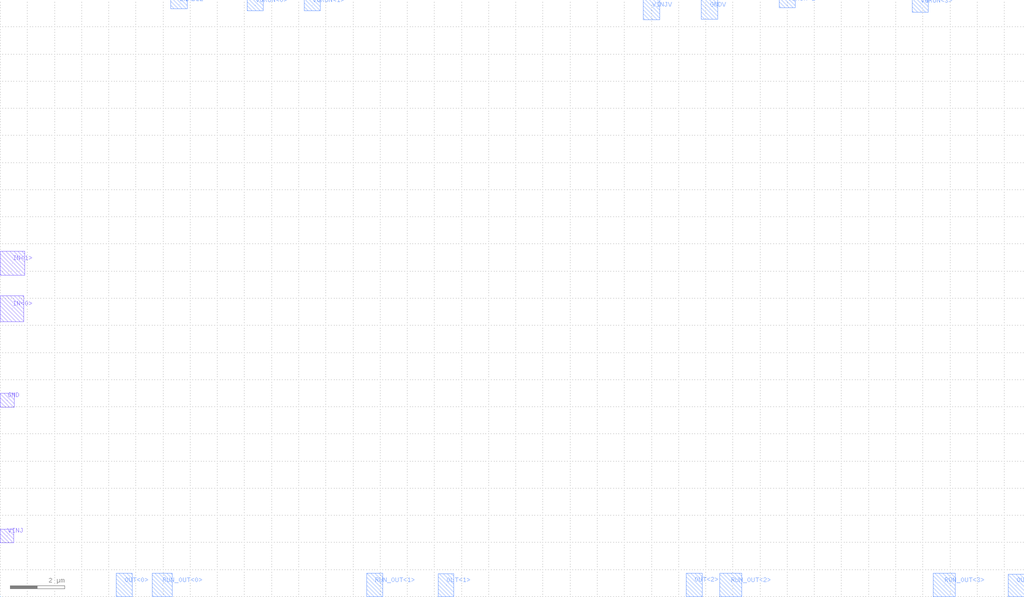
<source format=lef>
VERSION 5.5 ;
NAMESCASESENSITIVE ON ;
BUSBITCHARS "[]" ;
DIVIDERCHAR "/" ;

PROPERTYDEFINITIONS
  LAYER routingPitch REAL ;
END PROPERTYDEFINITIONS

UNITS
  DATABASE MICRONS 1000 ;
END UNITS
MANUFACTURINGGRID 0.01 ;
LAYER POLY1
  TYPE MASTERSLICE ;
END POLY1

LAYER CONT
  TYPE CUT ;
  SPACING 0.4 ;
END CONT

LAYER METAL1
  TYPE ROUTING ;
  DIRECTION HORIZONTAL ;
  PITCH 0 ;
  WIDTH 0.5 ;
  SPACING 0.45 ;
  PROPERTY routingPitch 1.25 ;
END METAL1

LAYER VIA12
  TYPE CUT ;
  SPACING 0.45 ;
END VIA12

LAYER METAL2
  TYPE ROUTING ;
  DIRECTION VERTICAL ;
  PITCH 0 ;
  WIDTH 0.6 ;
  SPACING 0.5 ;
  PROPERTY routingPitch 1.4 ;
END METAL2

LAYER VIA23
  TYPE CUT ;
  SPACING 0.45 ;
END VIA23

LAYER METAL3
  TYPE ROUTING ;
  DIRECTION HORIZONTAL ;
  PITCH 0 ;
  WIDTH 0.6 ;
  SPACING 0.5 ;
  PROPERTY routingPitch 1.25 ;
END METAL3

LAYER VIA34
  TYPE CUT ;
  SPACING 0.45 ;
END VIA34

LAYER METAL4
  TYPE ROUTING ;
  DIRECTION VERTICAL ;
  PITCH 0 ;
  WIDTH 0.6 ;
  SPACING 0.6 ;
  PROPERTY routingPitch 1.4 ;
END METAL4

LAYER OVERLAP
  TYPE OVERLAP ;
END OVERLAP

VIARULE M4_M3 GENERATE
  LAYER METAL3 ;
    ENCLOSURE 0.2 0.2 ;
  LAYER METAL4 ;
    ENCLOSURE 0.15 0.15 ;
  LAYER VIA34 ;
    RECT -0.25 -0.25 0.25 0.25 ;
    SPACING 1 BY 1 ;
END M4_M3

VIARULE M3_M2 GENERATE
  LAYER METAL2 ;
    ENCLOSURE 0.2 0.2 ;
  LAYER METAL3 ;
    ENCLOSURE 0.15 0.15 ;
  LAYER VIA23 ;
    RECT -0.25 -0.25 0.25 0.25 ;
    SPACING 1 BY 1 ;
END M3_M2

VIARULE M2_M1 GENERATE
  LAYER METAL1 ;
    ENCLOSURE 0.2 0.2 ;
  LAYER METAL2 ;
    ENCLOSURE 0.15 0.15 ;
  LAYER VIA12 ;
    RECT -0.25 -0.25 0.25 0.25 ;
    SPACING 1 BY 1 ;
END M2_M1

VIARULE M1_POLY1 GENERATE
  LAYER POLY1 ;
    ENCLOSURE 0.2 0.2 ;
  LAYER METAL1 ;
    ENCLOSURE 0.15 0.15 ;
  LAYER CONT ;
    RECT -0.2 -0.2 0.2 0.2 ;
    SPACING 1 BY 1 ;
END M1_POLY1

VIA M1_POLY1
  LAYER CONT ;
    RECT -0.2 -0.2 0.2 0.2 ;
  LAYER POLY1 ;
    RECT -0.4 -0.4 0.4 0.4 ;
  LAYER METAL1 ;
    RECT -0.35 -0.35 0.35 0.35 ;
END M1_POLY1

VIA M2_M1
  LAYER VIA12 ;
    RECT -0.25 -0.25 0.25 0.25 ;
  LAYER METAL2 ;
    RECT -0.4 -0.4 0.4 0.4 ;
  LAYER METAL1 ;
    RECT -0.45 -0.45 0.45 0.45 ;
END M2_M1

VIA M3_M2
  LAYER VIA23 ;
    RECT -0.25 -0.25 0.25 0.25 ;
  LAYER METAL3 ;
    RECT -0.4 -0.4 0.4 0.4 ;
  LAYER METAL2 ;
    RECT -0.45 -0.45 0.45 0.45 ;
END M3_M2

VIA M4_M3
  LAYER VIA34 ;
    RECT -0.25 -0.25 0.25 0.25 ;
  LAYER METAL4 ;
    RECT -0.4 -0.4 0.4 0.4 ;
  LAYER METAL3 ;
    RECT -0.45 -0.45 0.45 0.45 ;
END M4_M3


MACRO TSMC350nm_VinjDecode2to4_vtile_spacing
END TSMC350nm_VinjDecode2to4_vtile_spacing

MACRO TSMC350nm_VinjDecode2to4_vtile_D_bridge
END TSMC350nm_VinjDecode2to4_vtile_D_bridge

MACRO TSMC350nm_VinjDecode2to4_vtile
  PIN VINJ
    DIRECTION INOUT ;
    USE SIGNAL ;
    PORT
      LAYER METAL1 ;
        RECT 19.15 21.56 20.05 21.96 ;
    END
  END VINJ
  PIN GND
    DIRECTION INOUT ;
    USE SIGNAL ;
    PORT
      LAYER METAL1 ;
        RECT 19.52 5.0 20.12 5.99 ;
    END
  END GND
  PIN ENABLE
    DIRECTION INOUT ;
    USE SIGNAL ;
    PORT
      LAYER METAL1 ;
        RECT 0.01 3.48 0.71 4.21 ;
    END
  END ENABLE
  PIN OUT<3>
    DIRECTION INOUT ;
    USE SIGNAL ;
    PORT
      LAYER METAL1 ;
        RECT 19.66 2.41 20.11 3.09 ;
    END
  END OUT<3>
  PIN OUT<2>
    DIRECTION INOUT ;
    USE SIGNAL ;
    PORT
      LAYER METAL1 ;
        RECT 19.66 7.92 20.11 8.59 ;
    END
  END OUT<2>
  PIN OUT<1>
    DIRECTION INOUT ;
    USE SIGNAL ;
    PORT
      LAYER METAL1 ;
        RECT 19.66 13.41 20.12 14.1 ;
    END
  END OUT<1>
  PIN OUT<0>
    DIRECTION INOUT ;
    USE SIGNAL ;
    PORT
      LAYER METAL1 ;
        RECT 19.66 18.91 20.11 19.59 ;
    END
  END OUT<0>
  PIN Vinj
    DIRECTION INOUT ;
    USE SIGNAL ;
    PORT
      LAYER METAL1 ;
        RECT 7.78 10.55 9.06 10.96 ;
    END
  END Vinj
  PIN IN<0>
    DIRECTION INOUT ;
    USE SIGNAL ;
    PORT
      LAYER METAL2 ;
        RECT 5.36 21.68 5.96 22.0 ;
    END
  END IN<0>
  PIN IN<1>
    DIRECTION INOUT ;
    USE SIGNAL ;
    PORT
      LAYER METAL2 ;
        RECT 6.56 21.69 7.16 22.0 ;
    END
  END IN<1>
END TSMC350nm_VinjDecode2to4_vtile

MACRO TSMC350nm_VinjDecode2to4_vtile_C_bridge
END TSMC350nm_VinjDecode2to4_vtile_C_bridge

MACRO TSMC350nm_VinjDecode2to4_vtile_B_bridge
END TSMC350nm_VinjDecode2to4_vtile_B_bridge

MACRO TSMC350nm_VinjDecode2to4_vtile_A_bridge
END TSMC350nm_VinjDecode2to4_vtile_A_bridge

MACRO TSMC350nm_drainSelect01d3
  PIN Vinj
    DIRECTION INOUT ;
    USE SIGNAL ;
    PORT
      LAYER METAL1 ;
        RECT 6.12 21.55 7.4 21.96 ;
    END
  END Vinj
  PIN VINJ
    DIRECTION INOUT ;
    USE SIGNAL ;
    PORT
      LAYER METAL1 ;
        RECT 6.12 21.55 7.4 21.96 ;
    END
  END VINJ
  PIN GND
    DIRECTION INOUT ;
    USE SIGNAL ;
    PORT
      LAYER METAL1 ;
        RECT 8.76 16.56 9.51 16.97 ;
    END
  END GND
  PIN DRAIN4
    DIRECTION INOUT ;
    USE SIGNAL ;
    PORT
      LAYER METAL1 ;
        RECT 15.99 2.54 16.66 2.97 ;
    END
  END DRAIN4
  PIN DRAIN3
    DIRECTION INOUT ;
    USE SIGNAL ;
    PORT
      LAYER METAL1 ;
        RECT 15.99 8.03 16.66 8.46 ;
    END
  END DRAIN3
  PIN DRAIN2
    DIRECTION INOUT ;
    USE SIGNAL ;
    PORT
      LAYER METAL1 ;
        RECT 15.99 13.54 16.66 13.97 ;
    END
  END DRAIN2
  PIN DRAIN1
    DIRECTION INOUT ;
    USE SIGNAL ;
    PORT
      LAYER METAL1 ;
        RECT 15.99 19.03 16.66 19.46 ;
    END
  END DRAIN1
  PIN SELECT<3>
    DIRECTION INOUT ;
    USE SIGNAL ;
    PORT
      LAYER METAL1 ;
        RECT 0.0 2.54 0.67 2.97 ;
    END
  END SELECT<3>
  PIN SELET<2>
    DIRECTION INOUT ;
    USE SIGNAL ;
    PORT
      LAYER METAL1 ;
        RECT 0.0 8.03 0.67 8.46 ;
    END
  END SELET<2>
  PIN SELECT<1>
    DIRECTION INOUT ;
    USE SIGNAL ;
    PORT
      LAYER METAL1 ;
        RECT 0.0 13.54 0.67 13.97 ;
    END
  END SELECT<1>
  PIN SELECT<0>
    DIRECTION INOUT ;
    USE SIGNAL ;
    PORT
      LAYER METAL1 ;
        RECT 0.0 19.03 0.67 19.46 ;
    END
  END SELECT<0>
  PIN DRAINRAIL
    DIRECTION INOUT ;
    USE SIGNAL ;
    PORT
      LAYER METAL2 ;
        RECT 7.47 21.56 8.25 21.99 ;
    END
  END DRAINRAIL
END TSMC350nm_drainSelect01d3

MACRO TSMC350nm_FourTgate_ThickOx_FG_MEM
  PIN B<2>
    DIRECTION INOUT ;
    USE SIGNAL ;
    PORT
      LAYER METAL1 ;
        RECT 9.75 7.01 10.31 7.44 ;
    END
  END B<2>
  PIN A<2>
    DIRECTION INOUT ;
    USE SIGNAL ;
    PORT
      LAYER METAL1 ;
        RECT 0.0 8.0 0.7 8.5 ;
    END
  END A<2>
  PIN B<3>
    DIRECTION INOUT ;
    USE SIGNAL ;
    PORT
      LAYER METAL1 ;
        RECT 9.75 2.15 10.31 2.58 ;
    END
  END B<3>
  PIN A<3>
    DIRECTION INOUT ;
    USE SIGNAL ;
    PORT
      LAYER METAL1 ;
        RECT 0.0 2.5 0.7 3.0 ;
    END
  END A<3>
  PIN GND
    DIRECTION INOUT ;
    USE SIGNAL ;
    PORT
      LAYER METAL1 ;
        RECT 1.61 16.56 2.36 16.97 ;
    END
  END GND
  PIN B<0>
    DIRECTION INOUT ;
    USE SIGNAL ;
    PORT
      LAYER METAL1 ;
        RECT 9.75 20.33 10.31 20.76 ;
    END
  END B<0>
  PIN A<0>
    DIRECTION INOUT ;
    USE SIGNAL ;
    PORT
      LAYER METAL1 ;
        RECT 0.0 19.0 0.7 19.5 ;
    END
  END A<0>
  PIN B<1>
    DIRECTION INOUT ;
    USE SIGNAL ;
    PORT
      LAYER METAL1 ;
        RECT 9.75 14.73 10.31 15.16 ;
    END
  END B<1>
  PIN A<1>
    DIRECTION INOUT ;
    USE SIGNAL ;
    PORT
      LAYER METAL1 ;
        RECT 0.0 13.5 0.7 14.0 ;
    END
  END A<1>
  PIN SelBar
    DIRECTION INOUT ;
    USE SIGNAL ;
    PORT
      LAYER METAL2 ;
        RECT 3.41 21.12 4.21 22.0 ;
    END
  END SelBar
  PIN Sel
    DIRECTION INOUT ;
    USE SIGNAL ;
    PORT
      LAYER METAL2 ;
        RECT 4.8 21.12 5.6 22.0 ;
    END
  END Sel
  PIN VINJ
    DIRECTION INOUT ;
    USE SIGNAL ;
    PORT
      LAYER METAL2 ;
        RECT 6.26 21.78 7.06 22.0 ;
    END
  END VINJ
END TSMC350nm_FourTgate_ThickOx_FG_MEM

MACRO TSMC350nm_GateMuxSwcTile
  PIN VTUN_T
    DIRECTION INOUT ;
    USE SIGNAL ;
    PORT
      LAYER METAL2 ;
        RECT 10.5 21.36 11.1 22.0 ;
    END
  END VTUN_T
  PIN GNDV
    DIRECTION INOUT ;
    USE SIGNAL ;
    PORT
      LAYER METAL2 ;
        RECT 8.4 21.36 9.0 22.0 ;
    END
  END GNDV
  PIN VINJV
    DIRECTION INOUT ;
    USE SIGNAL ;
    PORT
      LAYER METAL2 ;
        RECT 1.75 21.36 2.35 22.0 ;
    END
  END VINJV
  PIN RUN_IN<1>
    DIRECTION INOUT ;
    USE SIGNAL ;
    PORT
      LAYER METAL2 ;
        RECT 13.5 21.38 14.1 22.0 ;
    END
  END RUN_IN<1>
  PIN RUN_IN<0>
    DIRECTION INOUT ;
    USE SIGNAL ;
    PORT
      LAYER METAL2 ;
        RECT 5.6 21.45 6.2 22.0 ;
    END
  END RUN_IN<0>
  PIN decode<1>
    DIRECTION INOUT ;
    USE SIGNAL ;
    PORT
      LAYER METAL2 ;
        RECT 16.13 21.42 16.73 22.0 ;
    END
  END decode<1>
  PIN decode<0>
    DIRECTION INOUT ;
    USE SIGNAL ;
    PORT
      LAYER METAL2 ;
        RECT 4.27 21.4 4.87 22.0 ;
    END
  END decode<0>
  PIN GNDV<1>
    DIRECTION INOUT ;
    USE SIGNAL ;
    PORT
      LAYER METAL2 ;
        RECT 12.0 0.0 13.2 0.6 ;
    END
  END GNDV<1>
  PIN VINJV<1>
    DIRECTION INOUT ;
    USE SIGNAL ;
    PORT
      LAYER METAL2 ;
        RECT 16.8 0.0 17.4 0.7 ;
    END
  END VINJV<1>
  PIN GNDV<0>
    DIRECTION INOUT ;
    USE SIGNAL ;
    PORT
      LAYER METAL2 ;
        RECT 8.4 0.0 9.0 0.7 ;
    END
  END GNDV<0>
  PIN VINJV<0>
    DIRECTION INOUT ;
    USE SIGNAL ;
    PORT
      LAYER METAL2 ;
        RECT 4.2 0.0 4.8 0.7 ;
    END
  END VINJV<0>
  PIN VTUN
    DIRECTION INOUT ;
    USE SIGNAL ;
    PORT
      LAYER METAL2 ;
        RECT 10.5 0.0 11.1 0.72 ;
    END
  END VTUN
  PIN VG<1>
    DIRECTION INOUT ;
    USE SIGNAL ;
    PORT
      LAYER METAL2 ;
        RECT 14.7 0.0 15.3 0.51 ;
    END
  END VG<1>
  PIN VG<0>
    DIRECTION INOUT ;
    USE SIGNAL ;
    PORT
      LAYER METAL2 ;
        RECT 6.3 0.0 7.42 0.72 ;
    END
  END VG<0>
  PIN VVINJ<1>
    DIRECTION INOUT ;
    USE SIGNAL ;
    PORT
      LAYER METAL2 ;
        RECT 18.9 0.0 19.5 0.76 ;
    END
  END VVINJ<1>
  PIN VVINJ<0>
    DIRECTION INOUT ;
    USE SIGNAL ;
    PORT
      LAYER METAL2 ;
        RECT 2.1 0.0 2.7 0.75 ;
    END
  END VVINJ<0>
  PIN VGPROG
    DIRECTION INOUT ;
    USE SIGNAL ;
    PORT
      LAYER METAL1 ;
        RECT 0.0 3.95 1.11 4.45 ;
    END
  END VGPROG
  PIN prog
    DIRECTION INOUT ;
    USE SIGNAL ;
    PORT
      LAYER METAL1 ;
        RECT 0.0 5.1 1.12 5.6 ;
    END
  END prog
  PIN run
    DIRECTION INOUT ;
    USE SIGNAL ;
    PORT
      LAYER METAL1 ;
        RECT 0.0 6.05 1.11 6.55 ;
    END
  END run
  PIN GND
    DIRECTION INOUT ;
    USE SIGNAL ;
    PORT
      LAYER METAL1 ;
        RECT 0.01 12.48 0.87 12.98 ;
    END
  END GND
  PIN VINJ
    DIRECTION INOUT ;
    USE SIGNAL ;
    PORT
      LAYER METAL1 ;
        RECT 0.01 18.87 0.81 19.59 ;
    END
  END VINJ
END TSMC350nm_GateMuxSwcTile

MACRO TSMC350nm_VinjDecode2to4_htile
  PIN IN<1>
    DIRECTION INOUT ;
    USE SIGNAL ;
    PORT
      LAYER METAL1 ;
        RECT 0.0 11.85 0.9 12.74 ;
    END
  END IN<1>
  PIN IN<0>
    DIRECTION INOUT ;
    USE SIGNAL ;
    PORT
      LAYER METAL1 ;
        RECT 0.0 10.13 0.87 11.1 ;
    END
  END IN<0>
  PIN VINJ
    DIRECTION INOUT ;
    USE SIGNAL ;
    PORT
      LAYER METAL1 ;
        RECT 0.0 1.99 0.5 2.49 ;
    END
  END VINJ
  PIN GND
    DIRECTION INOUT ;
    USE SIGNAL ;
    PORT
      LAYER METAL1 ;
        RECT 0.0 6.99 0.51 7.49 ;
    END
  END GND
  PIN VINJV
    DIRECTION INOUT ;
    USE SIGNAL ;
    PORT
      LAYER METAL2 ;
        RECT 23.7 21.26 24.31 22.0 ;
    END
  END VINJV
  PIN GNDV
    DIRECTION INOUT ;
    USE SIGNAL ;
    PORT
      LAYER METAL2 ;
        RECT 25.84 21.28 26.44 22.0 ;
    END
  END GNDV
  PIN RUN_OUT<3>
    DIRECTION INOUT ;
    USE SIGNAL ;
    PORT
      LAYER METAL2 ;
        RECT 34.39 0.0 35.19 0.86 ;
    END
  END RUN_OUT<3>
  PIN RUN_OUT<2>
    DIRECTION INOUT ;
    USE SIGNAL ;
    PORT
      LAYER METAL2 ;
        RECT 26.51 0.0 27.33 0.86 ;
    END
  END RUN_OUT<2>
  PIN RUN_OUT<1>
    DIRECTION INOUT ;
    USE SIGNAL ;
    PORT
      LAYER METAL2 ;
        RECT 13.5 0.0 14.1 0.86 ;
    END
  END RUN_OUT<1>
  PIN RUN_OUT<0>
    DIRECTION INOUT ;
    USE SIGNAL ;
    PORT
      LAYER METAL2 ;
        RECT 5.6 0.0 6.33 0.86 ;
    END
  END RUN_OUT<0>
  PIN ENABLE
    DIRECTION INOUT ;
    USE SIGNAL ;
    PORT
      LAYER METAL2 ;
        RECT 6.29 21.66 6.89 22.0 ;
    END
  END ENABLE
  PIN OUT<2>
    DIRECTION INOUT ;
    USE SIGNAL ;
    PORT
      LAYER METAL2 ;
        RECT 25.28 0.0 25.87 0.87 ;
    END
  END OUT<2>
  PIN OUT<3>
    DIRECTION INOUT ;
    USE SIGNAL ;
    PORT
      LAYER METAL2 ;
        RECT 37.14 0.0 37.73 0.83 ;
    END
  END OUT<3>
  PIN OUT<0>
    DIRECTION INOUT ;
    USE SIGNAL ;
    PORT
      LAYER METAL2 ;
        RECT 4.27 0.0 4.87 0.86 ;
    END
  END OUT<0>
  PIN OUT<1>
    DIRECTION INOUT ;
    USE SIGNAL ;
    PORT
      LAYER METAL2 ;
        RECT 16.14 0.0 16.72 0.85 ;
    END
  END OUT<1>
  PIN VGRUN<0>
    DIRECTION INOUT ;
    USE SIGNAL ;
    PORT
      LAYER METAL2 ;
        RECT 9.1 21.59 9.7 22.0 ;
    END
  END VGRUN<0>
  PIN VGRUN<1>
    DIRECTION INOUT ;
    USE SIGNAL ;
    PORT
      LAYER METAL2 ;
        RECT 11.2 21.6 11.8 22.0 ;
    END
  END VGRUN<1>
  PIN VGRUN<2>
    DIRECTION INOUT ;
    USE SIGNAL ;
    PORT
      LAYER METAL2 ;
        RECT 28.7 21.71 29.3 22.0 ;
    END
  END VGRUN<2>
  PIN VGRUN<3>
    DIRECTION INOUT ;
    USE SIGNAL ;
    PORT
      LAYER METAL2 ;
        RECT 33.6 21.54 34.2 22.0 ;
    END
  END VGRUN<3>
END TSMC350nm_VinjDecode2to4_htile

MACRO TSMC350nm_VinjDecode2to4_htile_A_bridge
  PIN VGRUN<0>
    DIRECTION INOUT ;
    USE SIGNAL ;
    PORT
      LAYER METAL2 ;
        RECT 5.6 21.52 6.2 22.0 ;
    END
  END VGRUN<0>
  PIN VGRUN<1>
    DIRECTION INOUT ;
    USE SIGNAL ;
    PORT
      LAYER METAL2 ;
        RECT 13.5 21.46 14.1 22.0 ;
    END
  END VGRUN<1>
  PIN VGRUN<2>
    DIRECTION INOUT ;
    USE SIGNAL ;
    PORT
      LAYER METAL2 ;
        RECT 26.6 21.56 27.2 22.0 ;
    END
  END VGRUN<2>
END TSMC350nm_VinjDecode2to4_htile_A_bridge

MACRO TSMC350nm_VinjDecode2to4_htile_B_bridge
  PIN VGRUN<3>
    DIRECTION INOUT ;
    USE SIGNAL ;
    PORT
      LAYER METAL2 ;
        RECT 33.6 21.51 34.2 22.0 ;
    END
  END VGRUN<3>
  PIN VGRUN<2>
    DIRECTION INOUT ;
    USE SIGNAL ;
    PORT
      LAYER METAL2 ;
        RECT 28.7 21.5 29.3 22.0 ;
    END
  END VGRUN<2>
  PIN VGRUN<1>
    DIRECTION INOUT ;
    USE SIGNAL ;
    PORT
      LAYER METAL2 ;
        RECT 11.2 21.52 11.8 22.0 ;
    END
  END VGRUN<1>
  PIN VGRUN<0>
    DIRECTION INOUT ;
    USE SIGNAL ;
    PORT
      LAYER METAL2 ;
        RECT 9.1 21.52 9.7 22.0 ;
    END
  END VGRUN<0>
END TSMC350nm_VinjDecode2to4_htile_B_bridge

MACRO TSMC350nm_VinjDecode2to4_htile_C_bridge
  PIN VGRUN<3>
    DIRECTION INOUT ;
    USE SIGNAL ;
    PORT
      LAYER METAL2 ;
        RECT 33.6 21.57 34.2 22.0 ;
    END
  END VGRUN<3>
  PIN VGRUN<2>
    DIRECTION INOUT ;
    USE SIGNAL ;
    PORT
      LAYER METAL2 ;
        RECT 28.7 21.59 29.3 22.0 ;
    END
  END VGRUN<2>
  PIN VGRUN<1>
    DIRECTION INOUT ;
    USE SIGNAL ;
    PORT
      LAYER METAL2 ;
        RECT 11.2 21.57 11.8 22.0 ;
    END
  END VGRUN<1>
  PIN VGRUN<0>
    DIRECTION INOUT ;
    USE SIGNAL ;
    PORT
      LAYER METAL2 ;
        RECT 9.1 21.54 9.7 22.0 ;
    END
  END VGRUN<0>
END TSMC350nm_VinjDecode2to4_htile_C_bridge

MACRO TSMC350nm_VinjDecode2to4_htile_D_bridge
  PIN VGRUN<0>
    DIRECTION INOUT ;
    USE SIGNAL ;
    PORT
      LAYER METAL2 ;
        RECT 9.1 21.58 9.7 22.0 ;
    END
  END VGRUN<0>
  PIN VGRUN<1>
    DIRECTION INOUT ;
    USE SIGNAL ;
    PORT
      LAYER METAL2 ;
        RECT 11.2 21.55 11.8 22.0 ;
    END
  END VGRUN<1>
  PIN VGRUN<2>
    DIRECTION INOUT ;
    USE SIGNAL ;
    PORT
      LAYER METAL2 ;
        RECT 28.7 21.58 29.3 22.0 ;
    END
  END VGRUN<2>
  PIN VGRUN<3>
    DIRECTION INOUT ;
    USE SIGNAL ;
    PORT
      LAYER METAL2 ;
        RECT 33.6 21.57 34.2 22.0 ;
    END
  END VGRUN<3>
END TSMC350nm_VinjDecode2to4_htile_D_bridge

MACRO TSMC350nm_VinjDecode2to4_htile_spacing
  PIN VGRUN<3>
    DIRECTION INOUT ;
    USE SIGNAL ;
    PORT
      LAYER METAL2 ;
        RECT 33.6 21.55 34.2 22.0 ;
    END
  END VGRUN<3>
  PIN VGRUN<2>
    DIRECTION INOUT ;
    USE SIGNAL ;
    PORT
      LAYER METAL2 ;
        RECT 28.7 21.54 29.3 22.0 ;
    END
  END VGRUN<2>
  PIN VGRUN<1>
    DIRECTION INOUT ;
    USE SIGNAL ;
    PORT
      LAYER METAL2 ;
        RECT 11.2 21.52 11.8 22.0 ;
    END
  END VGRUN<1>
  PIN VGRUN<0>
    DIRECTION INOUT ;
    USE SIGNAL ;
    PORT
      LAYER METAL2 ;
        RECT 9.1 21.59 9.7 22.0 ;
    END
  END VGRUN<0>
END TSMC350nm_VinjDecode2to4_htile_spacing

MACRO TSMC350nm_4x2_Direct
  PIN Vd_l<0>
    DIRECTION INOUT ;
    USE SIGNAL ;
    PORT
      LAYER METAL1 ;
        RECT 0.0 20.3 0.7 20.8 ;
    END
  END Vd_l<0>
  PIN Vd_l<1>
    DIRECTION INOUT ;
    USE SIGNAL ;
    PORT
      LAYER METAL1 ;
        RECT 0.0 14.7 0.7 15.2 ;
    END
  END Vd_l<1>
  PIN Vd_l<2>
    DIRECTION INOUT ;
    USE SIGNAL ;
    PORT
      LAYER METAL1 ;
        RECT 0.0 7.0 0.7 7.5 ;
    END
  END Vd_l<2>
  PIN Vd_l<3>
    DIRECTION INOUT ;
    USE SIGNAL ;
    PORT
      LAYER METAL1 ;
        RECT 0.0 2.1 0.7 2.6 ;
    END
  END Vd_l<3>
  PIN Vd<3>
    DIRECTION INOUT ;
    USE SIGNAL ;
    PORT
      LAYER METAL1 ;
        RECT 20.2 2.1 21.0 2.6 ;
    END
  END Vd<3>
  PIN Vd<0>
    DIRECTION INOUT ;
    USE SIGNAL ;
    PORT
      LAYER METAL1 ;
        RECT 20.2 20.3 21.0 20.8 ;
    END
  END Vd<0>
  PIN Vd<2>
    DIRECTION INOUT ;
    USE SIGNAL ;
    PORT
      LAYER METAL1 ;
        RECT 20.2 7.0 21.0 7.5 ;
    END
  END Vd<2>
  PIN Vd<1>
    DIRECTION INOUT ;
    USE SIGNAL ;
    PORT
      LAYER METAL1 ;
        RECT 20.2 14.7 21.0 15.2 ;
    END
  END Vd<1>
  PIN GND<1>
    DIRECTION INOUT ;
    USE SIGNAL ;
    PORT
      LAYER METAL2 ;
        RECT 12.6 21.53 13.2 22.0 ;
    END
  END GND<1>
  PIN Vg<1>
    DIRECTION INOUT ;
    USE SIGNAL ;
    PORT
      LAYER METAL2 ;
        RECT 14.7 21.53 15.3 22.0 ;
    END
  END Vg<1>
  PIN VINJ<1>
    DIRECTION INOUT ;
    USE SIGNAL ;
    PORT
      LAYER METAL2 ;
        RECT 16.8 21.53 17.4 22.0 ;
    END
  END VINJ<1>
  PIN Vs<0>
    DIRECTION INOUT ;
    USE SIGNAL ;
    PORT
      LAYER METAL2 ;
        RECT 2.1 21.53 2.7 22.0 ;
    END
  END Vs<0>
  PIN Vg<0>
    DIRECTION INOUT ;
    USE SIGNAL ;
    PORT
      LAYER METAL2 ;
        RECT 6.3 21.53 6.9 22.0 ;
    END
  END Vg<0>
  PIN Vs<1>
    DIRECTION INOUT ;
    USE SIGNAL ;
    PORT
      LAYER METAL2 ;
        RECT 18.9 21.53 19.5 22.0 ;
    END
  END Vs<1>
  PIN VTUN
    DIRECTION INOUT ;
    USE SIGNAL ;
    PORT
      LAYER METAL2 ;
        RECT 10.5 21.53 11.1 22.0 ;
    END
  END VTUN
  PIN VINJ<0>
    DIRECTION INOUT ;
    USE SIGNAL ;
    PORT
      LAYER METAL2 ;
        RECT 4.2 21.53 4.8 22.0 ;
    END
  END VINJ<0>
  PIN GND<0>
    DIRECTION INOUT ;
    USE SIGNAL ;
    PORT
      LAYER METAL2 ;
        RECT 8.4 21.53 9.0 22.0 ;
    END
  END GND<0>
END TSMC350nm_4x2_Direct

END LIBRARY
</source>
